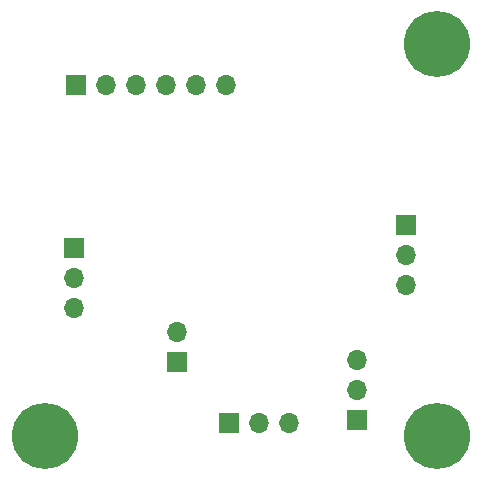
<source format=gbs>
G04 #@! TF.GenerationSoftware,KiCad,Pcbnew,7.0.8-7.0.8~ubuntu22.04.1*
G04 #@! TF.CreationDate,2024-01-26T15:47:29+01:00*
G04 #@! TF.ProjectId,imu,696d752e-6b69-4636-9164-5f7063625858,rev?*
G04 #@! TF.SameCoordinates,Original*
G04 #@! TF.FileFunction,Soldermask,Bot*
G04 #@! TF.FilePolarity,Negative*
%FSLAX46Y46*%
G04 Gerber Fmt 4.6, Leading zero omitted, Abs format (unit mm)*
G04 Created by KiCad (PCBNEW 7.0.8-7.0.8~ubuntu22.04.1) date 2024-01-26 15:47:29*
%MOMM*%
%LPD*%
G01*
G04 APERTURE LIST*
%ADD10R,1.700000X1.700000*%
%ADD11O,1.700000X1.700000*%
%ADD12C,3.600000*%
%ADD13C,5.600000*%
G04 APERTURE END LIST*
D10*
X95605888Y-65920584D03*
D11*
X95605888Y-63380584D03*
D10*
X115000000Y-54300000D03*
D11*
X115000000Y-56840000D03*
X115000000Y-59380000D03*
D10*
X86900000Y-56300000D03*
D11*
X86900000Y-58840000D03*
X86900000Y-61380000D03*
D12*
X117605888Y-72245584D03*
D13*
X117605888Y-72245584D03*
D10*
X100000000Y-71100000D03*
D11*
X102540000Y-71100000D03*
X105080000Y-71100000D03*
D12*
X117605888Y-39045584D03*
D13*
X117605888Y-39045584D03*
D12*
X84405888Y-72245584D03*
D13*
X84405888Y-72245584D03*
D10*
X110900000Y-70879999D03*
D11*
X110900000Y-68339999D03*
X110900000Y-65799999D03*
D10*
X87040000Y-42500000D03*
D11*
X89580000Y-42500000D03*
X92120000Y-42500000D03*
X94660000Y-42500000D03*
X97200000Y-42500000D03*
X99740000Y-42500000D03*
M02*

</source>
